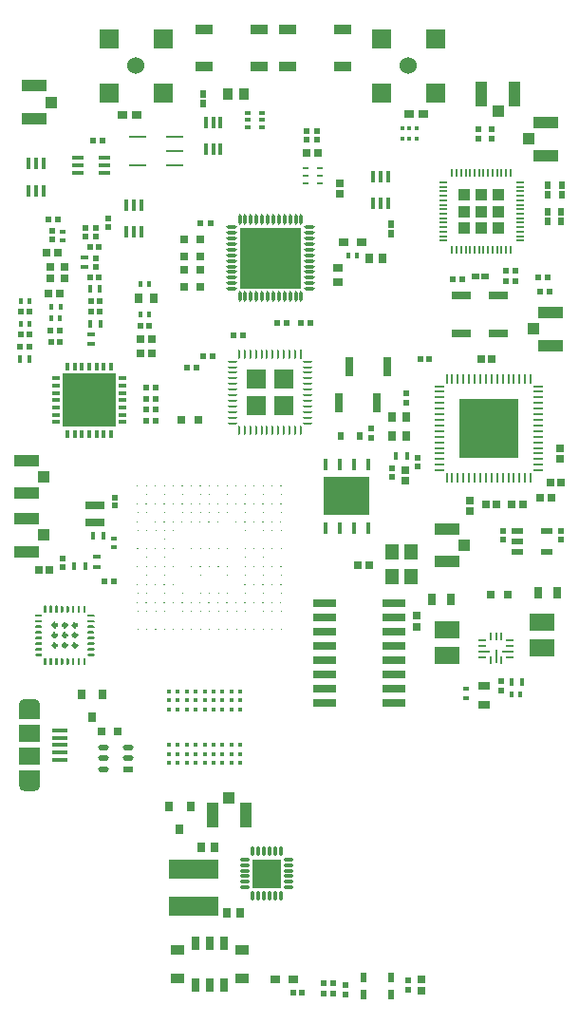
<source format=gtp>
G04*
G04 #@! TF.GenerationSoftware,Altium Limited,Altium Designer,24.2.2 (26)*
G04*
G04 Layer_Color=8421504*
%FSLAX44Y44*%
%MOMM*%
G71*
G04*
G04 #@! TF.SameCoordinates,ED65E515-8F89-4409-9B4D-6018ACB33687*
G04*
G04*
G04 #@! TF.FilePolarity,Positive*
G04*
G01*
G75*
%ADD17C,0.3000*%
%ADD18C,0.1250*%
%ADD19R,1.7393X1.7393*%
%ADD20C,0.5000*%
%ADD21R,0.5500X0.6000*%
%ADD22R,0.7581X0.8121*%
%ADD23R,0.6000X0.5500*%
%ADD24R,0.5000X0.4000*%
%ADD25R,1.1000X0.6000*%
%ADD26R,0.6725X0.7154*%
%ADD27R,0.4100X0.3300*%
%ADD28R,0.5200X0.5200*%
%ADD29R,0.7154X0.6725*%
%ADD30C,1.5240*%
%ADD31R,1.7780X1.7780*%
%ADD32R,1.0500X1.0000*%
%ADD33R,2.2000X1.0500*%
%ADD34R,4.0386X3.4544*%
%ADD35R,0.4318X1.0668*%
G04:AMPARAMS|DCode=36|XSize=0.625mm|YSize=0.25mm|CornerRadius=0.05mm|HoleSize=0mm|Usage=FLASHONLY|Rotation=270.000|XOffset=0mm|YOffset=0mm|HoleType=Round|Shape=RoundedRectangle|*
%AMROUNDEDRECTD36*
21,1,0.6250,0.1500,0,0,270.0*
21,1,0.5250,0.2500,0,0,270.0*
1,1,0.1000,-0.0750,-0.2625*
1,1,0.1000,-0.0750,0.2625*
1,1,0.1000,0.0750,0.2625*
1,1,0.1000,0.0750,-0.2625*
%
%ADD36ROUNDEDRECTD36*%
G04:AMPARAMS|DCode=37|XSize=0.25mm|YSize=0.675mm|CornerRadius=0.05mm|HoleSize=0mm|Usage=FLASHONLY|Rotation=270.000|XOffset=0mm|YOffset=0mm|HoleType=Round|Shape=RoundedRectangle|*
%AMROUNDEDRECTD37*
21,1,0.2500,0.5750,0,0,270.0*
21,1,0.1500,0.6750,0,0,270.0*
1,1,0.1000,-0.2875,-0.0750*
1,1,0.1000,-0.2875,0.0750*
1,1,0.1000,0.2875,0.0750*
1,1,0.1000,0.2875,-0.0750*
%
%ADD37ROUNDEDRECTD37*%
G04:AMPARAMS|DCode=38|XSize=0.25mm|YSize=0.975mm|CornerRadius=0.05mm|HoleSize=0mm|Usage=FLASHONLY|Rotation=270.000|XOffset=0mm|YOffset=0mm|HoleType=Round|Shape=RoundedRectangle|*
%AMROUNDEDRECTD38*
21,1,0.2500,0.8750,0,0,270.0*
21,1,0.1500,0.9750,0,0,270.0*
1,1,0.1000,-0.4375,-0.0750*
1,1,0.1000,-0.4375,0.0750*
1,1,0.1000,0.4375,0.0750*
1,1,0.1000,0.4375,-0.0750*
%
%ADD38ROUNDEDRECTD38*%
G04:AMPARAMS|DCode=39|XSize=1.225mm|YSize=0.25mm|CornerRadius=0.05mm|HoleSize=0mm|Usage=FLASHONLY|Rotation=270.000|XOffset=0mm|YOffset=0mm|HoleType=Round|Shape=RoundedRectangle|*
%AMROUNDEDRECTD39*
21,1,1.2250,0.1500,0,0,270.0*
21,1,1.1250,0.2500,0,0,270.0*
1,1,0.1000,-0.0750,-0.5625*
1,1,0.1000,-0.0750,0.5625*
1,1,0.1000,0.0750,0.5625*
1,1,0.1000,0.0750,-0.5625*
%
%ADD39ROUNDEDRECTD39*%
%ADD40R,0.4500X0.6750*%
%ADD41R,0.4000X0.5000*%
%ADD42R,0.6500X1.0500*%
%ADD43R,2.3062X1.5549*%
%ADD44R,0.8000X0.8000*%
%ADD45R,1.0500X0.6500*%
%ADD46R,1.0500X2.2000*%
%ADD47R,1.0000X1.0500*%
%ADD48R,1.8000X0.8000*%
%ADD49R,0.4725X0.5153*%
%ADD50R,2.0320X0.6604*%
%ADD51R,0.7200X0.7200*%
%ADD52R,0.7200X0.7200*%
%ADD53R,1.2000X1.4000*%
%ADD54R,0.4500X1.0500*%
%ADD55R,0.6000X0.6500*%
%ADD56C,0.4064*%
%ADD57R,0.8121X0.7581*%
%ADD58R,0.8000X1.7000*%
%ADD59R,0.6000X0.8000*%
%ADD60R,0.8000X0.9000*%
%ADD61R,0.5153X0.4725*%
%ADD62R,0.4725X0.4682*%
%ADD63R,0.3500X0.6500*%
%ADD64R,0.6500X0.3500*%
%ADD65R,0.7500X0.3000*%
%ADD66R,0.3000X0.7500*%
%ADD67R,4.8000X4.8000*%
%ADD68R,0.6153X0.5725*%
%ADD69R,0.4682X0.4725*%
%ADD70R,0.1925X0.8078*%
G04:AMPARAMS|DCode=71|XSize=0.8078mm|YSize=0.1925mm|CornerRadius=0.0962mm|HoleSize=0mm|Usage=FLASHONLY|Rotation=270.000|XOffset=0mm|YOffset=0mm|HoleType=Round|Shape=RoundedRectangle|*
%AMROUNDEDRECTD71*
21,1,0.8078,0.0000,0,0,270.0*
21,1,0.6154,0.1925,0,0,270.0*
1,1,0.1925,0.0000,-0.3077*
1,1,0.1925,0.0000,0.3077*
1,1,0.1925,0.0000,0.3077*
1,1,0.1925,0.0000,-0.3077*
%
%ADD71ROUNDEDRECTD71*%
G04:AMPARAMS|DCode=72|XSize=0.1925mm|YSize=0.8078mm|CornerRadius=0.0962mm|HoleSize=0mm|Usage=FLASHONLY|Rotation=270.000|XOffset=0mm|YOffset=0mm|HoleType=Round|Shape=RoundedRectangle|*
%AMROUNDEDRECTD72*
21,1,0.1925,0.6154,0,0,270.0*
21,1,0.0000,0.8078,0,0,270.0*
1,1,0.1925,-0.3077,0.0000*
1,1,0.1925,-0.3077,0.0000*
1,1,0.1925,0.3077,0.0000*
1,1,0.1925,0.3077,0.0000*
%
%ADD72ROUNDEDRECTD72*%
%ADD73R,0.4100X0.6600*%
%ADD74R,0.6096X0.2540*%
%ADD75R,0.9500X1.0500*%
%ADD76R,0.8500X0.6500*%
%ADD77R,0.6096X0.8382*%
%ADD78R,0.7000X0.7000*%
%ADD79R,0.5393X0.4725*%
%ADD80R,0.6750X0.4500*%
%ADD81R,0.5200X0.5200*%
%ADD82R,1.2500X0.8500*%
%ADD83R,5.3086X5.3086*%
G04:AMPARAMS|DCode=84|XSize=0.9397mm|YSize=0.4858mm|CornerRadius=0.2429mm|HoleSize=0mm|Usage=FLASHONLY|Rotation=180.000|XOffset=0mm|YOffset=0mm|HoleType=Round|Shape=RoundedRectangle|*
%AMROUNDEDRECTD84*
21,1,0.9397,0.0000,0,0,180.0*
21,1,0.4539,0.4858,0,0,180.0*
1,1,0.4858,-0.2269,0.0000*
1,1,0.4858,0.2269,0.0000*
1,1,0.4858,0.2269,0.0000*
1,1,0.4858,-0.2269,0.0000*
%
%ADD84ROUNDEDRECTD84*%
%ADD85R,1.9000X1.5000*%
%ADD86R,1.3500X0.4000*%
%ADD87R,1.0500X0.4500*%
%ADD88R,1.4986X0.2032*%
%ADD89R,1.5000X0.9000*%
G04:AMPARAMS|DCode=90|XSize=0.95mm|YSize=0.3mm|CornerRadius=0.15mm|HoleSize=0mm|Usage=FLASHONLY|Rotation=270.000|XOffset=0mm|YOffset=0mm|HoleType=Round|Shape=RoundedRectangle|*
%AMROUNDEDRECTD90*
21,1,0.9500,0.0000,0,0,270.0*
21,1,0.6500,0.3000,0,0,270.0*
1,1,0.3000,0.0000,-0.3250*
1,1,0.3000,0.0000,0.3250*
1,1,0.3000,0.0000,0.3250*
1,1,0.3000,0.0000,-0.3250*
%
%ADD90ROUNDEDRECTD90*%
G04:AMPARAMS|DCode=91|XSize=0.3mm|YSize=0.95mm|CornerRadius=0.15mm|HoleSize=0mm|Usage=FLASHONLY|Rotation=270.000|XOffset=0mm|YOffset=0mm|HoleType=Round|Shape=RoundedRectangle|*
%AMROUNDEDRECTD91*
21,1,0.3000,0.6500,0,0,270.0*
21,1,0.0000,0.9500,0,0,270.0*
1,1,0.3000,-0.3250,0.0000*
1,1,0.3000,-0.3250,0.0000*
1,1,0.3000,0.3250,0.0000*
1,1,0.3000,0.3250,0.0000*
%
%ADD91ROUNDEDRECTD91*%
%ADD92R,5.5000X5.5000*%
%ADD93R,2.6000X2.6000*%
%ADD94R,0.5000X0.3500*%
%ADD95R,1.7000X0.8000*%
%ADD96R,1.0000X1.0000*%
%ADD97R,0.9500X0.7000*%
%ADD98R,0.8000X0.8000*%
%ADD99R,0.2540X0.8128*%
%ADD100R,0.8128X0.2540*%
%ADD101R,0.2200X0.6500*%
%ADD102R,4.5000X1.8000*%
G04:AMPARAMS|DCode=103|XSize=0.3mm|YSize=0.85mm|CornerRadius=0.15mm|HoleSize=0mm|Usage=FLASHONLY|Rotation=270.000|XOffset=0mm|YOffset=0mm|HoleType=Round|Shape=RoundedRectangle|*
%AMROUNDEDRECTD103*
21,1,0.3000,0.5500,0,0,270.0*
21,1,0.0000,0.8500,0,0,270.0*
1,1,0.3000,-0.2750,0.0000*
1,1,0.3000,-0.2750,0.0000*
1,1,0.3000,0.2750,0.0000*
1,1,0.3000,0.2750,0.0000*
%
%ADD103ROUNDEDRECTD103*%
%ADD104R,0.6500X0.6000*%
%ADD105R,0.6500X0.2200*%
G04:AMPARAMS|DCode=106|XSize=0.85mm|YSize=0.3mm|CornerRadius=0.15mm|HoleSize=0mm|Usage=FLASHONLY|Rotation=270.000|XOffset=0mm|YOffset=0mm|HoleType=Round|Shape=RoundedRectangle|*
%AMROUNDEDRECTD106*
21,1,0.8500,0.0000,0,0,270.0*
21,1,0.5500,0.3000,0,0,270.0*
1,1,0.3000,0.0000,-0.2750*
1,1,0.3000,0.0000,0.2750*
1,1,0.3000,0.0000,0.2750*
1,1,0.3000,0.0000,-0.2750*
%
%ADD106ROUNDEDRECTD106*%
%ADD107R,0.5200X0.5600*%
%ADD108R,0.9397X0.4858*%
%ADD109R,0.8000X0.9000*%
%ADD110R,0.6500X1.2500*%
%ADD111R,0.8000X0.9500*%
G36*
X446000Y724500D02*
X436000D01*
Y734500D01*
X446000D01*
Y724500D01*
D02*
G37*
G36*
X431000D02*
X421000D01*
Y734500D01*
X431000D01*
Y724500D01*
D02*
G37*
G36*
X416000D02*
X406000D01*
Y734500D01*
X416000D01*
Y724500D01*
D02*
G37*
G36*
X446000Y709500D02*
X436000D01*
Y719500D01*
X446000D01*
Y709500D01*
D02*
G37*
G36*
X416000D02*
X406000D01*
Y719500D01*
X416000D01*
Y709500D01*
D02*
G37*
G36*
X446000Y694500D02*
X436000D01*
Y704500D01*
X446000D01*
Y694500D01*
D02*
G37*
G36*
X431000D02*
X421000D01*
Y704500D01*
X431000D01*
Y694500D01*
D02*
G37*
G36*
X416000D02*
X406000D01*
Y704500D01*
X416000D01*
Y694500D01*
D02*
G37*
G36*
X325193Y461802D02*
X313731D01*
Y477074D01*
X325193D01*
Y461802D01*
D02*
G37*
G36*
X311731D02*
X300269D01*
Y477074D01*
X311731D01*
Y461802D01*
D02*
G37*
G36*
X298269D02*
X286807D01*
Y477074D01*
X298269D01*
Y461802D01*
D02*
G37*
G36*
X325193Y444530D02*
X313731D01*
Y459802D01*
X325193D01*
Y444530D01*
D02*
G37*
G36*
X311731D02*
X300269D01*
Y459802D01*
X311731D01*
Y444530D01*
D02*
G37*
G36*
X298269D02*
X286807D01*
Y459802D01*
X298269D01*
Y444530D01*
D02*
G37*
G36*
X72608Y363160D02*
X72960Y362808D01*
X73150Y362349D01*
Y362100D01*
Y358400D01*
Y358151D01*
X72960Y357692D01*
X72608Y357340D01*
X72149Y357150D01*
X71851D01*
X71392Y357340D01*
X71040Y357692D01*
X70850Y358151D01*
Y358400D01*
X70850D01*
X70850Y362100D01*
Y362349D01*
X71040Y362808D01*
X71392Y363160D01*
X71851Y363350D01*
X72149D01*
X72608Y363160D01*
D02*
G37*
G36*
X67608D02*
X67960Y362808D01*
X68150Y362349D01*
Y362100D01*
Y358400D01*
Y358151D01*
X67960Y357692D01*
X67608Y357340D01*
X67149Y357150D01*
X66851D01*
X66392Y357340D01*
X66040Y357692D01*
X65850Y358151D01*
Y358400D01*
Y362100D01*
Y362349D01*
X66040Y362808D01*
X66392Y363160D01*
X66851Y363350D01*
X67149D01*
X67608Y363160D01*
D02*
G37*
G36*
X62608D02*
X62960Y362808D01*
X63150Y362349D01*
Y362100D01*
X63150D01*
X63150Y358400D01*
Y358151D01*
X62960Y357692D01*
X62608Y357340D01*
X62149Y357150D01*
X61851D01*
X61392Y357340D01*
X61040Y357692D01*
X60850Y358151D01*
Y358400D01*
Y362100D01*
Y362349D01*
X61040Y362808D01*
X61392Y363160D01*
X61851Y363350D01*
X62149D01*
X62608Y363160D01*
D02*
G37*
G36*
X57608D02*
X57960Y362808D01*
X58150Y362349D01*
Y362100D01*
Y358400D01*
Y358151D01*
X57960Y357692D01*
X57608Y357340D01*
X57149Y357150D01*
X56851D01*
X56392Y357340D01*
X56040Y357692D01*
X55850Y358151D01*
Y358400D01*
X55850D01*
X55850Y362100D01*
Y362349D01*
X56040Y362808D01*
X56392Y363160D01*
X56851Y363350D01*
X57149D01*
X57608Y363160D01*
D02*
G37*
G36*
X52608D02*
X52960Y362808D01*
X53150Y362349D01*
Y362100D01*
X53150D01*
X53150Y358400D01*
Y358151D01*
X52960Y357692D01*
X52608Y357340D01*
X52149Y357150D01*
X51851D01*
X51392Y357340D01*
X51040Y357692D01*
X50850Y358151D01*
Y358400D01*
Y362100D01*
Y362349D01*
X51040Y362808D01*
X51392Y363160D01*
X51851Y363350D01*
X52149D01*
X52608Y363160D01*
D02*
G37*
G36*
X47608D02*
X47960Y362808D01*
X48150Y362349D01*
Y362100D01*
Y358400D01*
Y358151D01*
X47960Y357692D01*
X47608Y357340D01*
X47149Y357150D01*
X46851D01*
X46392Y357340D01*
X46040Y357692D01*
X45850Y358151D01*
Y358400D01*
X45850D01*
X45850Y362100D01*
Y362349D01*
X46040Y362808D01*
X46392Y363160D01*
X46851Y363350D01*
X47149D01*
X47608Y363160D01*
D02*
G37*
G36*
X42608D02*
X42960Y362808D01*
X43150Y362349D01*
Y362100D01*
Y358400D01*
Y358151D01*
X42960Y357692D01*
X42608Y357340D01*
X42149Y357150D01*
X41851D01*
X41392Y357340D01*
X41040Y357692D01*
X40850Y358151D01*
Y358400D01*
Y362100D01*
Y362349D01*
X41040Y362808D01*
X41392Y363160D01*
X41851Y363350D01*
X42149D01*
X42608Y363160D01*
D02*
G37*
G36*
X37608D02*
X37960Y362808D01*
X38150Y362349D01*
Y362100D01*
X38150D01*
X38150Y358400D01*
Y358151D01*
X37960Y357692D01*
X37608Y357340D01*
X37149Y357150D01*
X36851D01*
X36392Y357340D01*
X36040Y357692D01*
X35850Y358151D01*
Y358400D01*
Y362100D01*
Y362349D01*
X36040Y362808D01*
X36392Y363160D01*
X36851Y363350D01*
X37149D01*
X37608Y363160D01*
D02*
G37*
G36*
X80408Y355360D02*
X80760Y355008D01*
X80950Y354549D01*
Y354300D01*
Y354251D01*
X80760Y353792D01*
X80408Y353440D01*
X79949Y353250D01*
X79700D01*
Y353250D01*
X76000Y353250D01*
X75751D01*
X75292Y353440D01*
X74940Y353792D01*
X74750Y354251D01*
Y354300D01*
Y354500D01*
Y354549D01*
X74940Y355008D01*
X75292Y355360D01*
X75751Y355550D01*
X79949D01*
X80408Y355360D01*
D02*
G37*
G36*
X33708D02*
X34060Y355008D01*
X34250Y354549D01*
Y354300D01*
Y354251D01*
X34060Y353792D01*
X33708Y353440D01*
X33249Y353250D01*
X33000D01*
Y353250D01*
X29300Y353250D01*
X29051D01*
X28592Y353440D01*
X28240Y353792D01*
X28050Y354251D01*
Y354300D01*
Y354500D01*
Y354549D01*
X28240Y355008D01*
X28592Y355360D01*
X29051Y355550D01*
X33249D01*
X33708Y355360D01*
D02*
G37*
G36*
X80408Y350360D02*
X80760Y350008D01*
X80950Y349549D01*
Y349300D01*
Y349251D01*
X80760Y348792D01*
X80408Y348440D01*
X79949Y348250D01*
X75751D01*
X75292Y348440D01*
X74940Y348792D01*
X74750Y349251D01*
Y349300D01*
Y349500D01*
Y349549D01*
X74940Y350008D01*
X75292Y350360D01*
X75751Y350550D01*
X79949D01*
X80408Y350360D01*
D02*
G37*
G36*
X33708D02*
X34060Y350008D01*
X34250Y349549D01*
Y349300D01*
Y349251D01*
X34060Y348792D01*
X33708Y348440D01*
X33249Y348250D01*
X29051D01*
X28592Y348440D01*
X28240Y348792D01*
X28050Y349251D01*
Y349300D01*
Y349500D01*
Y349549D01*
X28240Y350008D01*
X28592Y350360D01*
X29051Y350550D01*
X33249D01*
X33708Y350360D01*
D02*
G37*
G36*
X80408Y345360D02*
X80760Y345008D01*
X80950Y344549D01*
Y344300D01*
Y344251D01*
X80760Y343792D01*
X80408Y343440D01*
X79949Y343250D01*
X75751D01*
X75292Y343440D01*
X74940Y343792D01*
X74750Y344251D01*
Y344300D01*
Y344500D01*
Y344549D01*
X74940Y345008D01*
X75292Y345360D01*
X75751Y345550D01*
X76000D01*
Y345550D01*
X79700Y345550D01*
X79949D01*
X80408Y345360D01*
D02*
G37*
G36*
X33708D02*
X34060Y345008D01*
X34250Y344549D01*
Y344300D01*
Y344251D01*
X34060Y343792D01*
X33708Y343440D01*
X33249Y343250D01*
X29051D01*
X28592Y343440D01*
X28240Y343792D01*
X28050Y344251D01*
Y344300D01*
Y344500D01*
Y344549D01*
X28240Y345008D01*
X28592Y345360D01*
X29051Y345550D01*
X29300D01*
Y345550D01*
X33000Y345550D01*
X33249D01*
X33708Y345360D01*
D02*
G37*
G36*
X80408Y340360D02*
X80760Y340008D01*
X80950Y339549D01*
Y339300D01*
Y339251D01*
X80760Y338792D01*
X80408Y338440D01*
X79949Y338250D01*
X79700D01*
Y338250D01*
X76000Y338250D01*
X75751D01*
X75292Y338440D01*
X74940Y338792D01*
X74750Y339251D01*
Y339300D01*
Y339500D01*
Y339549D01*
X74940Y340008D01*
X75292Y340360D01*
X75751Y340550D01*
X79949D01*
X80408Y340360D01*
D02*
G37*
G36*
X33708D02*
X34060Y340008D01*
X34250Y339549D01*
Y339300D01*
Y339251D01*
X34060Y338792D01*
X33708Y338440D01*
X33249Y338250D01*
X33000D01*
Y338250D01*
X29300Y338250D01*
X29051D01*
X28592Y338440D01*
X28240Y338792D01*
X28050Y339251D01*
Y339300D01*
Y339500D01*
Y339549D01*
X28240Y340008D01*
X28592Y340360D01*
X29051Y340550D01*
X33249D01*
X33708Y340360D01*
D02*
G37*
G36*
X80408Y335360D02*
X80760Y335008D01*
X80950Y334549D01*
Y334300D01*
Y334251D01*
X80760Y333792D01*
X80408Y333440D01*
X79949Y333250D01*
X75751D01*
X75292Y333440D01*
X74940Y333792D01*
X74750Y334251D01*
Y334300D01*
Y334500D01*
Y334549D01*
X74940Y335008D01*
X75292Y335360D01*
X75751Y335550D01*
X76000D01*
Y335550D01*
X79700Y335550D01*
X79949D01*
X80408Y335360D01*
D02*
G37*
G36*
X33708D02*
X34060Y335008D01*
X34250Y334549D01*
Y334300D01*
Y334251D01*
X34060Y333792D01*
X33708Y333440D01*
X33249Y333250D01*
X29051D01*
X28592Y333440D01*
X28240Y333792D01*
X28050Y334251D01*
Y334300D01*
Y334500D01*
Y334549D01*
X28240Y335008D01*
X28592Y335360D01*
X29051Y335550D01*
X29300D01*
Y335550D01*
X33000Y335550D01*
X33249D01*
X33708Y335360D01*
D02*
G37*
G36*
X80408Y330360D02*
X80760Y330008D01*
X80950Y329549D01*
Y329300D01*
Y329251D01*
X80760Y328792D01*
X80408Y328440D01*
X79949Y328250D01*
X79700D01*
Y328250D01*
X76000Y328250D01*
X75751D01*
X75292Y328440D01*
X74940Y328792D01*
X74750Y329251D01*
Y329300D01*
Y329500D01*
Y329549D01*
X74940Y330008D01*
X75292Y330360D01*
X75751Y330550D01*
X79949D01*
X80408Y330360D01*
D02*
G37*
G36*
X33708D02*
X34060Y330008D01*
X34250Y329549D01*
Y329300D01*
Y329251D01*
X34060Y328792D01*
X33708Y328440D01*
X33249Y328250D01*
X33000D01*
Y328250D01*
X29300Y328250D01*
X29051D01*
X28592Y328440D01*
X28240Y328792D01*
X28050Y329251D01*
Y329300D01*
Y329500D01*
Y329549D01*
X28240Y330008D01*
X28592Y330360D01*
X29051Y330550D01*
X33249D01*
X33708Y330360D01*
D02*
G37*
G36*
X80408Y325360D02*
X80760Y325008D01*
X80950Y324549D01*
Y324300D01*
Y324251D01*
X80760Y323792D01*
X80408Y323440D01*
X79949Y323250D01*
X75751D01*
X75292Y323440D01*
X74940Y323792D01*
X74750Y324251D01*
Y324300D01*
Y324500D01*
Y324549D01*
X74940Y325008D01*
X75292Y325360D01*
X75751Y325550D01*
X79949D01*
X80408Y325360D01*
D02*
G37*
G36*
X33708D02*
X34060Y325008D01*
X34250Y324549D01*
Y324300D01*
Y324251D01*
X34060Y323792D01*
X33708Y323440D01*
X33249Y323250D01*
X29051D01*
X28592Y323440D01*
X28240Y323792D01*
X28050Y324251D01*
Y324300D01*
Y324500D01*
Y324549D01*
X28240Y325008D01*
X28592Y325360D01*
X29051Y325550D01*
X33249D01*
X33708Y325360D01*
D02*
G37*
G36*
X80408Y320360D02*
X80760Y320008D01*
X80950Y319549D01*
Y319300D01*
Y319251D01*
X80760Y318792D01*
X80408Y318440D01*
X79949Y318250D01*
X75751D01*
X75292Y318440D01*
X74940Y318792D01*
X74750Y319251D01*
Y319300D01*
Y319500D01*
Y319549D01*
X74940Y320008D01*
X75292Y320360D01*
X75751Y320550D01*
X76000D01*
Y320550D01*
X79700Y320550D01*
X79949D01*
X80408Y320360D01*
D02*
G37*
G36*
X33708D02*
X34060Y320008D01*
X34250Y319549D01*
Y319300D01*
Y319251D01*
X34060Y318792D01*
X33708Y318440D01*
X33249Y318250D01*
X29051D01*
X28592Y318440D01*
X28240Y318792D01*
X28050Y319251D01*
Y319300D01*
Y319500D01*
Y319549D01*
X28240Y320008D01*
X28592Y320360D01*
X29051Y320550D01*
X29300D01*
Y320550D01*
X33000Y320550D01*
X33249D01*
X33708Y320360D01*
D02*
G37*
G36*
X72608Y316460D02*
X72960Y316108D01*
X73150Y315649D01*
Y315400D01*
Y311700D01*
Y311451D01*
X72960Y310992D01*
X72608Y310640D01*
X72149Y310450D01*
X71851D01*
X71392Y310640D01*
X71040Y310992D01*
X70850Y311451D01*
Y311700D01*
X70850D01*
X70850Y315400D01*
Y315649D01*
X71040Y316108D01*
X71392Y316460D01*
X71851Y316650D01*
X72149D01*
X72608Y316460D01*
D02*
G37*
G36*
X67608D02*
X67960Y316108D01*
X68150Y315649D01*
Y315400D01*
Y311700D01*
Y311451D01*
X67960Y310992D01*
X67608Y310640D01*
X67149Y310450D01*
X66851D01*
X66392Y310640D01*
X66040Y310992D01*
X65850Y311451D01*
Y311700D01*
Y315400D01*
Y315649D01*
X66040Y316108D01*
X66392Y316460D01*
X66851Y316650D01*
X67149D01*
X67608Y316460D01*
D02*
G37*
G36*
X62608D02*
X62960Y316108D01*
X63150Y315649D01*
Y315400D01*
X63150D01*
X63150Y311700D01*
Y311451D01*
X62960Y310992D01*
X62608Y310640D01*
X62149Y310450D01*
X61851D01*
X61392Y310640D01*
X61040Y310992D01*
X60850Y311451D01*
Y311700D01*
Y315400D01*
Y315649D01*
X61040Y316108D01*
X61392Y316460D01*
X61851Y316650D01*
X62149D01*
X62608Y316460D01*
D02*
G37*
G36*
X57608D02*
X57960Y316108D01*
X58150Y315649D01*
Y315400D01*
Y311700D01*
Y311451D01*
X57960Y310992D01*
X57608Y310640D01*
X57149Y310450D01*
X56851D01*
X56392Y310640D01*
X56040Y310992D01*
X55850Y311451D01*
Y311700D01*
X55850D01*
X55850Y315400D01*
Y315649D01*
X56040Y316108D01*
X56392Y316460D01*
X56851Y316650D01*
X57149D01*
X57608Y316460D01*
D02*
G37*
G36*
X52608D02*
X52960Y316108D01*
X53150Y315649D01*
Y315400D01*
X53150D01*
X53150Y311700D01*
Y311451D01*
X52960Y310992D01*
X52608Y310640D01*
X52149Y310450D01*
X51851D01*
X51392Y310640D01*
X51040Y310992D01*
X50850Y311451D01*
Y311700D01*
Y315400D01*
Y315649D01*
X51040Y316108D01*
X51392Y316460D01*
X51851Y316650D01*
X52149D01*
X52608Y316460D01*
D02*
G37*
G36*
X47608D02*
X47960Y316108D01*
X48150Y315649D01*
Y315400D01*
Y311700D01*
Y311451D01*
X47960Y310992D01*
X47608Y310640D01*
X47149Y310450D01*
X46851D01*
X46392Y310640D01*
X46040Y310992D01*
X45850Y311451D01*
Y311700D01*
X45850D01*
X45850Y315400D01*
Y315649D01*
X46040Y316108D01*
X46392Y316460D01*
X46851Y316650D01*
X47149D01*
X47608Y316460D01*
D02*
G37*
G36*
X42608D02*
X42960Y316108D01*
X43150Y315649D01*
Y315400D01*
Y311700D01*
Y311451D01*
X42960Y310992D01*
X42608Y310640D01*
X42149Y310450D01*
X41851D01*
X41392Y310640D01*
X41040Y310992D01*
X40850Y311451D01*
Y311700D01*
Y315400D01*
Y315649D01*
X41040Y316108D01*
X41392Y316460D01*
X41851Y316650D01*
X42149D01*
X42608Y316460D01*
D02*
G37*
G36*
X37608D02*
X37960Y316108D01*
X38150Y315649D01*
Y315400D01*
X38150D01*
X38150Y311700D01*
Y311451D01*
X37960Y310992D01*
X37608Y310640D01*
X37149Y310450D01*
X36851D01*
X36392Y310640D01*
X36040Y310992D01*
X35850Y311451D01*
Y311700D01*
Y315400D01*
Y315649D01*
X36040Y316108D01*
X36392Y316460D01*
X36851Y316650D01*
X37149D01*
X37608Y316460D01*
D02*
G37*
G36*
X27500Y275000D02*
X18500D01*
Y280000D01*
X27500Y280000D01*
Y275000D01*
D02*
G37*
G36*
X32500Y262000D02*
X13500D01*
Y275000D01*
X32500D01*
Y262000D01*
D02*
G37*
G36*
Y203000D02*
X13500D01*
Y216000D01*
X32500D01*
Y203000D01*
D02*
G37*
G36*
X27500Y198000D02*
X18500Y198000D01*
Y203000D01*
X27500D01*
Y198000D01*
D02*
G37*
D17*
X47000Y345900D02*
G03*
X47000Y345900I-1500J0D01*
G01*
X56000D02*
G03*
X56000Y345900I-1500J0D01*
G01*
X65000D02*
G03*
X65000Y345900I-1500J0D01*
G01*
X47000Y327900D02*
G03*
X47000Y327900I-1500J0D01*
G01*
X56000D02*
G03*
X56000Y327900I-1500J0D01*
G01*
X65000D02*
G03*
X65000Y327900I-1500J0D01*
G01*
X47000Y336900D02*
G03*
X47000Y336900I-1500J0D01*
G01*
X56000D02*
G03*
X56000Y336900I-1500J0D01*
G01*
X65000D02*
G03*
X65000Y336900I-1500J0D01*
G01*
D18*
X119602Y470155D02*
G03*
X119602Y470155I-625J0D01*
G01*
X127603D02*
G03*
X127603Y470155I-625J0D01*
G01*
X135603D02*
G03*
X135603Y470155I-625J0D01*
G01*
X143603D02*
G03*
X143603Y470155I-625J0D01*
G01*
X151602D02*
G03*
X151602Y470155I-625J0D01*
G01*
X159602D02*
G03*
X159602Y470155I-625J0D01*
G01*
X167603D02*
G03*
X167603Y470155I-625J0D01*
G01*
X175602D02*
G03*
X175602Y470155I-625J0D01*
G01*
X183603D02*
G03*
X183603Y470155I-625J0D01*
G01*
X191602D02*
G03*
X191602Y470155I-625J0D01*
G01*
X199603D02*
G03*
X199603Y470155I-625J0D01*
G01*
X207603D02*
G03*
X207603Y470155I-625J0D01*
G01*
X215602D02*
G03*
X215602Y470155I-625J0D01*
G01*
X223603D02*
G03*
X223603Y470155I-625J0D01*
G01*
X231602D02*
G03*
X231602Y470155I-625J0D01*
G01*
X239603D02*
G03*
X239603Y470155I-625J0D01*
G01*
X247603D02*
G03*
X247603Y470155I-625J0D01*
G01*
X119602Y462155D02*
G03*
X119602Y462155I-625J0D01*
G01*
X127603D02*
G03*
X127603Y462155I-625J0D01*
G01*
X135603D02*
G03*
X135603Y462155I-625J0D01*
G01*
X143603D02*
G03*
X143603Y462155I-625J0D01*
G01*
X151602D02*
G03*
X151602Y462155I-625J0D01*
G01*
X159602D02*
G03*
X159602Y462155I-625J0D01*
G01*
X167603D02*
G03*
X167603Y462155I-625J0D01*
G01*
X175602D02*
G03*
X175602Y462155I-625J0D01*
G01*
X183603D02*
G03*
X183603Y462155I-625J0D01*
G01*
X191602D02*
G03*
X191602Y462155I-625J0D01*
G01*
X199603D02*
G03*
X199603Y462155I-625J0D01*
G01*
X207603D02*
G03*
X207603Y462155I-625J0D01*
G01*
X215602D02*
G03*
X215602Y462155I-625J0D01*
G01*
X223603D02*
G03*
X223603Y462155I-625J0D01*
G01*
X231602D02*
G03*
X231602Y462155I-625J0D01*
G01*
X239603D02*
G03*
X239603Y462155I-625J0D01*
G01*
X247603D02*
G03*
X247603Y462155I-625J0D01*
G01*
X119602Y454155D02*
G03*
X119602Y454155I-625J0D01*
G01*
X127603D02*
G03*
X127603Y454155I-625J0D01*
G01*
X135603D02*
G03*
X135603Y454155I-625J0D01*
G01*
X143603D02*
G03*
X143603Y454155I-625J0D01*
G01*
X151602D02*
G03*
X151602Y454155I-625J0D01*
G01*
X159602D02*
G03*
X159602Y454155I-625J0D01*
G01*
X167603D02*
G03*
X167603Y454155I-625J0D01*
G01*
X175602D02*
G03*
X175602Y454155I-625J0D01*
G01*
X183603D02*
G03*
X183603Y454155I-625J0D01*
G01*
X191602D02*
G03*
X191602Y454155I-625J0D01*
G01*
X199603D02*
G03*
X199603Y454155I-625J0D01*
G01*
X207603D02*
G03*
X207603Y454155I-625J0D01*
G01*
X215602D02*
G03*
X215602Y454155I-625J0D01*
G01*
X223603D02*
G03*
X223603Y454155I-625J0D01*
G01*
X231602D02*
G03*
X231602Y454155I-625J0D01*
G01*
X239603D02*
G03*
X239603Y454155I-625J0D01*
G01*
X247603D02*
G03*
X247603Y454155I-625J0D01*
G01*
X119602Y446155D02*
G03*
X119602Y446155I-625J0D01*
G01*
X127603D02*
G03*
X127603Y446155I-625J0D01*
G01*
X135603D02*
G03*
X135603Y446155I-625J0D01*
G01*
X143603D02*
G03*
X143603Y446155I-625J0D01*
G01*
X151602D02*
G03*
X151602Y446155I-625J0D01*
G01*
X159602D02*
G03*
X159602Y446155I-625J0D01*
G01*
X167603D02*
G03*
X167603Y446155I-625J0D01*
G01*
X175602D02*
G03*
X175602Y446155I-625J0D01*
G01*
X183603D02*
G03*
X183603Y446155I-625J0D01*
G01*
X191602D02*
G03*
X191602Y446155I-625J0D01*
G01*
X199603D02*
G03*
X199603Y446155I-625J0D01*
G01*
X207603D02*
G03*
X207603Y446155I-625J0D01*
G01*
X215602D02*
G03*
X215602Y446155I-625J0D01*
G01*
X223603D02*
G03*
X223603Y446155I-625J0D01*
G01*
X231602D02*
G03*
X231602Y446155I-625J0D01*
G01*
X239603D02*
G03*
X239603Y446155I-625J0D01*
G01*
X247603D02*
G03*
X247603Y446155I-625J0D01*
G01*
X119602Y438155D02*
G03*
X119602Y438155I-625J0D01*
G01*
X127603D02*
G03*
X127603Y438155I-625J0D01*
G01*
X135603D02*
G03*
X135603Y438155I-625J0D01*
G01*
X143603D02*
G03*
X143603Y438155I-625J0D01*
G01*
X151602D02*
G03*
X151602Y438155I-625J0D01*
G01*
X159602D02*
G03*
X159602Y438155I-625J0D01*
G01*
X167603D02*
G03*
X167603Y438155I-625J0D01*
G01*
X175602D02*
G03*
X175602Y438155I-625J0D01*
G01*
X183603D02*
G03*
X183603Y438155I-625J0D01*
G01*
X191602D02*
G03*
X191602Y438155I-625J0D01*
G01*
X199603D02*
G03*
X199603Y438155I-625J0D01*
G01*
X207603D02*
G03*
X207603Y438155I-625J0D01*
G01*
X215602D02*
G03*
X215602Y438155I-625J0D01*
G01*
X223603D02*
G03*
X223603Y438155I-625J0D01*
G01*
X231602D02*
G03*
X231602Y438155I-625J0D01*
G01*
X239603D02*
G03*
X239603Y438155I-625J0D01*
G01*
X247603D02*
G03*
X247603Y438155I-625J0D01*
G01*
X119602Y430155D02*
G03*
X119602Y430155I-625J0D01*
G01*
X127603D02*
G03*
X127603Y430155I-625J0D01*
G01*
X135603D02*
G03*
X135603Y430155I-625J0D01*
G01*
X143603D02*
G03*
X143603Y430155I-625J0D01*
G01*
X151602D02*
G03*
X151602Y430155I-625J0D01*
G01*
X215602D02*
G03*
X215602Y430155I-625J0D01*
G01*
X223603D02*
G03*
X223603Y430155I-625J0D01*
G01*
X231602D02*
G03*
X231602Y430155I-625J0D01*
G01*
X239603D02*
G03*
X239603Y430155I-625J0D01*
G01*
X247603D02*
G03*
X247603Y430155I-625J0D01*
G01*
X119602Y422155D02*
G03*
X119602Y422155I-625J0D01*
G01*
X127603D02*
G03*
X127603Y422155I-625J0D01*
G01*
X135603D02*
G03*
X135603Y422155I-625J0D01*
G01*
X143603D02*
G03*
X143603Y422155I-625J0D01*
G01*
X151602D02*
G03*
X151602Y422155I-625J0D01*
G01*
X167603D02*
G03*
X167603Y422155I-625J0D01*
G01*
X175602D02*
G03*
X175602Y422155I-625J0D01*
G01*
X183603D02*
G03*
X183603Y422155I-625J0D01*
G01*
X191602D02*
G03*
X191602Y422155I-625J0D01*
G01*
X199603D02*
G03*
X199603Y422155I-625J0D01*
G01*
X215602D02*
G03*
X215602Y422155I-625J0D01*
G01*
X223603D02*
G03*
X223603Y422155I-625J0D01*
G01*
X231602D02*
G03*
X231602Y422155I-625J0D01*
G01*
X239603D02*
G03*
X239603Y422155I-625J0D01*
G01*
X247603D02*
G03*
X247603Y422155I-625J0D01*
G01*
X119602Y414155D02*
G03*
X119602Y414155I-625J0D01*
G01*
X127603D02*
G03*
X127603Y414155I-625J0D01*
G01*
X135603D02*
G03*
X135603Y414155I-625J0D01*
G01*
X143603D02*
G03*
X143603Y414155I-625J0D01*
G01*
X151602D02*
G03*
X151602Y414155I-625J0D01*
G01*
X167603D02*
G03*
X167603Y414155I-625J0D01*
G01*
X175602D02*
G03*
X175602Y414155I-625J0D01*
G01*
X183603D02*
G03*
X183603Y414155I-625J0D01*
G01*
X191602D02*
G03*
X191602Y414155I-625J0D01*
G01*
X199603D02*
G03*
X199603Y414155I-625J0D01*
G01*
X215602D02*
G03*
X215602Y414155I-625J0D01*
G01*
X223603D02*
G03*
X223603Y414155I-625J0D01*
G01*
X231602D02*
G03*
X231602Y414155I-625J0D01*
G01*
X239603D02*
G03*
X239603Y414155I-625J0D01*
G01*
X247603D02*
G03*
X247603Y414155I-625J0D01*
G01*
X119602Y406155D02*
G03*
X119602Y406155I-625J0D01*
G01*
X127603D02*
G03*
X127603Y406155I-625J0D01*
G01*
X135603D02*
G03*
X135603Y406155I-625J0D01*
G01*
X143603D02*
G03*
X143603Y406155I-625J0D01*
G01*
X151602D02*
G03*
X151602Y406155I-625J0D01*
G01*
X167603D02*
G03*
X167603Y406155I-625J0D01*
G01*
X175602D02*
G03*
X175602Y406155I-625J0D01*
G01*
X183603D02*
G03*
X183603Y406155I-625J0D01*
G01*
X191602D02*
G03*
X191602Y406155I-625J0D01*
G01*
X199603D02*
G03*
X199603Y406155I-625J0D01*
G01*
X215602D02*
G03*
X215602Y406155I-625J0D01*
G01*
X223603D02*
G03*
X223603Y406155I-625J0D01*
G01*
X231602D02*
G03*
X231602Y406155I-625J0D01*
G01*
X239603D02*
G03*
X239603Y406155I-625J0D01*
G01*
X247603D02*
G03*
X247603Y406155I-625J0D01*
G01*
X119602Y398155D02*
G03*
X119602Y398155I-625J0D01*
G01*
X127603D02*
G03*
X127603Y398155I-625J0D01*
G01*
X135603D02*
G03*
X135603Y398155I-625J0D01*
G01*
X143603D02*
G03*
X143603Y398155I-625J0D01*
G01*
X151602D02*
G03*
X151602Y398155I-625J0D01*
G01*
X167603D02*
G03*
X167603Y398155I-625J0D01*
G01*
X175602D02*
G03*
X175602Y398155I-625J0D01*
G01*
X183603D02*
G03*
X183603Y398155I-625J0D01*
G01*
X191602D02*
G03*
X191602Y398155I-625J0D01*
G01*
X199603D02*
G03*
X199603Y398155I-625J0D01*
G01*
X215602D02*
G03*
X215602Y398155I-625J0D01*
G01*
X223603D02*
G03*
X223603Y398155I-625J0D01*
G01*
X231602D02*
G03*
X231602Y398155I-625J0D01*
G01*
X239603D02*
G03*
X239603Y398155I-625J0D01*
G01*
X247603D02*
G03*
X247603Y398155I-625J0D01*
G01*
X119602Y390155D02*
G03*
X119602Y390155I-625J0D01*
G01*
X127603D02*
G03*
X127603Y390155I-625J0D01*
G01*
X135603D02*
G03*
X135603Y390155I-625J0D01*
G01*
X143603D02*
G03*
X143603Y390155I-625J0D01*
G01*
X151602D02*
G03*
X151602Y390155I-625J0D01*
G01*
X167603D02*
G03*
X167603Y390155I-625J0D01*
G01*
X175602D02*
G03*
X175602Y390155I-625J0D01*
G01*
X183603D02*
G03*
X183603Y390155I-625J0D01*
G01*
X191602D02*
G03*
X191602Y390155I-625J0D01*
G01*
X199603D02*
G03*
X199603Y390155I-625J0D01*
G01*
X215602D02*
G03*
X215602Y390155I-625J0D01*
G01*
X223603D02*
G03*
X223603Y390155I-625J0D01*
G01*
X231602D02*
G03*
X231602Y390155I-625J0D01*
G01*
X239603D02*
G03*
X239603Y390155I-625J0D01*
G01*
X247603D02*
G03*
X247603Y390155I-625J0D01*
G01*
X119602Y382155D02*
G03*
X119602Y382155I-625J0D01*
G01*
X127603D02*
G03*
X127603Y382155I-625J0D01*
G01*
X135603D02*
G03*
X135603Y382155I-625J0D01*
G01*
X143603D02*
G03*
X143603Y382155I-625J0D01*
G01*
X151602D02*
G03*
X151602Y382155I-625J0D01*
G01*
X215602D02*
G03*
X215602Y382155I-625J0D01*
G01*
X223603D02*
G03*
X223603Y382155I-625J0D01*
G01*
X231602D02*
G03*
X231602Y382155I-625J0D01*
G01*
X239603D02*
G03*
X239603Y382155I-625J0D01*
G01*
X247603D02*
G03*
X247603Y382155I-625J0D01*
G01*
X119602Y374155D02*
G03*
X119602Y374155I-625J0D01*
G01*
X127603D02*
G03*
X127603Y374155I-625J0D01*
G01*
X135603D02*
G03*
X135603Y374155I-625J0D01*
G01*
X143603D02*
G03*
X143603Y374155I-625J0D01*
G01*
X151602D02*
G03*
X151602Y374155I-625J0D01*
G01*
X159602D02*
G03*
X159602Y374155I-625J0D01*
G01*
X167603D02*
G03*
X167603Y374155I-625J0D01*
G01*
X175602D02*
G03*
X175602Y374155I-625J0D01*
G01*
X183603D02*
G03*
X183603Y374155I-625J0D01*
G01*
X191602D02*
G03*
X191602Y374155I-625J0D01*
G01*
X199603D02*
G03*
X199603Y374155I-625J0D01*
G01*
X207603D02*
G03*
X207603Y374155I-625J0D01*
G01*
X215602D02*
G03*
X215602Y374155I-625J0D01*
G01*
X223603D02*
G03*
X223603Y374155I-625J0D01*
G01*
X231602D02*
G03*
X231602Y374155I-625J0D01*
G01*
X239603D02*
G03*
X239603Y374155I-625J0D01*
G01*
X247603D02*
G03*
X247603Y374155I-625J0D01*
G01*
X119602Y366155D02*
G03*
X119602Y366155I-625J0D01*
G01*
X127603D02*
G03*
X127603Y366155I-625J0D01*
G01*
X135603D02*
G03*
X135603Y366155I-625J0D01*
G01*
X143603D02*
G03*
X143603Y366155I-625J0D01*
G01*
X151602D02*
G03*
X151602Y366155I-625J0D01*
G01*
X159602D02*
G03*
X159602Y366155I-625J0D01*
G01*
X167603D02*
G03*
X167603Y366155I-625J0D01*
G01*
X175602D02*
G03*
X175602Y366155I-625J0D01*
G01*
X183603D02*
G03*
X183603Y366155I-625J0D01*
G01*
X191602D02*
G03*
X191602Y366155I-625J0D01*
G01*
X199603D02*
G03*
X199603Y366155I-625J0D01*
G01*
X207603D02*
G03*
X207603Y366155I-625J0D01*
G01*
X215602D02*
G03*
X215602Y366155I-625J0D01*
G01*
X223603D02*
G03*
X223603Y366155I-625J0D01*
G01*
X231602D02*
G03*
X231602Y366155I-625J0D01*
G01*
X239603D02*
G03*
X239603Y366155I-625J0D01*
G01*
X247603D02*
G03*
X247603Y366155I-625J0D01*
G01*
X119602Y358155D02*
G03*
X119602Y358155I-625J0D01*
G01*
X127603D02*
G03*
X127603Y358155I-625J0D01*
G01*
X135603D02*
G03*
X135603Y358155I-625J0D01*
G01*
X143603D02*
G03*
X143603Y358155I-625J0D01*
G01*
X151602D02*
G03*
X151602Y358155I-625J0D01*
G01*
X159602D02*
G03*
X159602Y358155I-625J0D01*
G01*
X167603D02*
G03*
X167603Y358155I-625J0D01*
G01*
X175602D02*
G03*
X175602Y358155I-625J0D01*
G01*
X183603D02*
G03*
X183603Y358155I-625J0D01*
G01*
X191602D02*
G03*
X191602Y358155I-625J0D01*
G01*
X199603D02*
G03*
X199603Y358155I-625J0D01*
G01*
X207603D02*
G03*
X207603Y358155I-625J0D01*
G01*
X215602D02*
G03*
X215602Y358155I-625J0D01*
G01*
X223603D02*
G03*
X223603Y358155I-625J0D01*
G01*
X231602D02*
G03*
X231602Y358155I-625J0D01*
G01*
X239603D02*
G03*
X239603Y358155I-625J0D01*
G01*
X247603D02*
G03*
X247603Y358155I-625J0D01*
G01*
X119602Y350155D02*
G03*
X119602Y350155I-625J0D01*
G01*
X127603D02*
G03*
X127603Y350155I-625J0D01*
G01*
X135603D02*
G03*
X135603Y350155I-625J0D01*
G01*
X143603D02*
G03*
X143603Y350155I-625J0D01*
G01*
X151602D02*
G03*
X151602Y350155I-625J0D01*
G01*
X159602D02*
G03*
X159602Y350155I-625J0D01*
G01*
X167603D02*
G03*
X167603Y350155I-625J0D01*
G01*
X175602D02*
G03*
X175602Y350155I-625J0D01*
G01*
X183603D02*
G03*
X183603Y350155I-625J0D01*
G01*
X191602D02*
G03*
X191602Y350155I-625J0D01*
G01*
X199603D02*
G03*
X199603Y350155I-625J0D01*
G01*
X207603D02*
G03*
X207603Y350155I-625J0D01*
G01*
X215602D02*
G03*
X215602Y350155I-625J0D01*
G01*
X223603D02*
G03*
X223603Y350155I-625J0D01*
G01*
X231602D02*
G03*
X231602Y350155I-625J0D01*
G01*
X239603D02*
G03*
X239603Y350155I-625J0D01*
G01*
X247603D02*
G03*
X247603Y350155I-625J0D01*
G01*
X119602Y342155D02*
G03*
X119602Y342155I-625J0D01*
G01*
X127603D02*
G03*
X127603Y342155I-625J0D01*
G01*
X135603D02*
G03*
X135603Y342155I-625J0D01*
G01*
X143603D02*
G03*
X143603Y342155I-625J0D01*
G01*
X151602D02*
G03*
X151602Y342155I-625J0D01*
G01*
X159602D02*
G03*
X159602Y342155I-625J0D01*
G01*
X167603D02*
G03*
X167603Y342155I-625J0D01*
G01*
X175602D02*
G03*
X175602Y342155I-625J0D01*
G01*
X183603D02*
G03*
X183603Y342155I-625J0D01*
G01*
X191602D02*
G03*
X191602Y342155I-625J0D01*
G01*
X199603D02*
G03*
X199603Y342155I-625J0D01*
G01*
X207603D02*
G03*
X207603Y342155I-625J0D01*
G01*
X215602D02*
G03*
X215602Y342155I-625J0D01*
G01*
X223603D02*
G03*
X223603Y342155I-625J0D01*
G01*
X231602D02*
G03*
X231602Y342155I-625J0D01*
G01*
X239603D02*
G03*
X239603Y342155I-625J0D01*
G01*
X247603D02*
G03*
X247603Y342155I-625J0D01*
G01*
D19*
X249565Y565313D02*
D03*
Y541183D02*
D03*
X225435Y565313D02*
D03*
Y541183D02*
D03*
D20*
X30000Y203000D02*
G03*
X30000Y203000I-2500J0D01*
G01*
X21000D02*
G03*
X21000Y203000I-2500J0D01*
G01*
X30000Y275000D02*
G03*
X30000Y275000I-2500J0D01*
G01*
X21000D02*
G03*
X21000Y275000I-2500J0D01*
G01*
D21*
X359000Y543750D02*
D03*
Y552250D02*
D03*
X423000Y779750D02*
D03*
Y788250D02*
D03*
X435000Y779750D02*
D03*
Y788250D02*
D03*
X443974Y295967D02*
D03*
Y287467D02*
D03*
X305000Y25250D02*
D03*
Y16750D02*
D03*
D22*
X338270Y673000D02*
D03*
X325730D02*
D03*
X198730Y89000D02*
D03*
X211270D02*
D03*
X188416Y147871D02*
D03*
X175876D02*
D03*
D23*
X98250Y385000D02*
D03*
X89750D02*
D03*
X294250Y27000D02*
D03*
X285750D02*
D03*
X127135Y557747D02*
D03*
X135635D02*
D03*
X127135Y537747D02*
D03*
X135635D02*
D03*
X135500Y528024D02*
D03*
X127000D02*
D03*
X135635Y547747D02*
D03*
X127135D02*
D03*
X186233Y585572D02*
D03*
X177733D02*
D03*
X172250Y575000D02*
D03*
X163750D02*
D03*
X273250Y615000D02*
D03*
X264750D02*
D03*
X204750Y604000D02*
D03*
X213250D02*
D03*
X285750Y17000D02*
D03*
X294250D02*
D03*
X485250Y656000D02*
D03*
X476750D02*
D03*
X400750Y654000D02*
D03*
X409250D02*
D03*
X487250Y643050D02*
D03*
X478750D02*
D03*
X447872Y652441D02*
D03*
X456372D02*
D03*
X447872Y662000D02*
D03*
X456372D02*
D03*
X175750Y704214D02*
D03*
X184250D02*
D03*
X252500Y615000D02*
D03*
X244000D02*
D03*
D24*
X98000Y423000D02*
D03*
Y415000D02*
D03*
X412095Y288967D02*
D03*
Y280967D02*
D03*
X52980Y696692D02*
D03*
Y688692D02*
D03*
D25*
X484106Y410802D02*
D03*
Y429802D02*
D03*
X458107D02*
D03*
Y410802D02*
D03*
Y420302D02*
D03*
D26*
X358072Y484345D02*
D03*
Y474774D02*
D03*
X496642Y503781D02*
D03*
Y494210D02*
D03*
X300000Y730214D02*
D03*
Y739786D02*
D03*
X415897Y447226D02*
D03*
X373000Y29786D02*
D03*
Y20214D02*
D03*
X54224Y655292D02*
D03*
Y664863D02*
D03*
X415897Y456797D02*
D03*
X41224Y664863D02*
D03*
Y655292D02*
D03*
D27*
X362000Y788950D02*
D03*
X355400Y779050D02*
D03*
X368600D02*
D03*
X362000D02*
D03*
X355400Y788950D02*
D03*
X368600D02*
D03*
D28*
X346558Y486000D02*
D03*
Y478000D02*
D03*
X328000Y513000D02*
D03*
Y521000D02*
D03*
X52986Y397557D02*
D03*
Y405557D02*
D03*
X445015Y422116D02*
D03*
X497000Y421802D02*
D03*
X369239Y487198D02*
D03*
X361000Y29000D02*
D03*
X445015Y430116D02*
D03*
X361000Y21000D02*
D03*
X369239Y495198D02*
D03*
X497000Y429802D02*
D03*
D29*
X280046Y766415D02*
D03*
X270475D02*
D03*
X41000Y394957D02*
D03*
X31429D02*
D03*
X131786Y601000D02*
D03*
X122214D02*
D03*
X131786Y588000D02*
D03*
X122214D02*
D03*
X40257Y641317D02*
D03*
X38352Y678012D02*
D03*
X462856Y453803D02*
D03*
X488234Y459522D02*
D03*
X429872Y453803D02*
D03*
X435385Y582803D02*
D03*
X496977Y473185D02*
D03*
X487406D02*
D03*
X453285Y453803D02*
D03*
X439443D02*
D03*
X425814Y582803D02*
D03*
X478663Y459522D02*
D03*
X47923Y678012D02*
D03*
X49828Y641317D02*
D03*
D30*
X361000Y844190D02*
D03*
X118000D02*
D03*
D31*
X385130Y820060D02*
D03*
X336870D02*
D03*
Y868320D02*
D03*
X385130D02*
D03*
X142130D02*
D03*
X93870D02*
D03*
Y820060D02*
D03*
X142130D02*
D03*
D32*
X468697Y779124D02*
D03*
X35250Y478000D02*
D03*
X411000Y417000D02*
D03*
X35250Y426250D02*
D03*
X42250Y812000D02*
D03*
X472750Y609802D02*
D03*
D33*
X483947Y764374D02*
D03*
Y793874D02*
D03*
X20000Y463250D02*
D03*
Y492750D02*
D03*
X395750Y431750D02*
D03*
Y402250D02*
D03*
X27000Y797250D02*
D03*
Y826750D02*
D03*
X20000Y411500D02*
D03*
Y441000D02*
D03*
X488000Y595052D02*
D03*
Y624552D02*
D03*
D34*
X306000Y460802D02*
D03*
D35*
X325050Y432608D02*
D03*
X312350D02*
D03*
X299650D02*
D03*
X286950D02*
D03*
Y488996D02*
D03*
X299650D02*
D03*
X312350D02*
D03*
X325050D02*
D03*
D36*
X444095Y335342D02*
D03*
X439095D02*
D03*
X434095D02*
D03*
Y314592D02*
D03*
X444095D02*
D03*
D37*
X426970Y332467D02*
D03*
Y327467D02*
D03*
Y317467D02*
D03*
X451220D02*
D03*
Y327467D02*
D03*
Y332467D02*
D03*
D38*
X428470Y322467D02*
D03*
X449720D02*
D03*
D39*
X439095Y317592D02*
D03*
D40*
X453349Y295092D02*
D03*
X462599D02*
D03*
X79516Y425100D02*
D03*
X88766D02*
D03*
D41*
X452974Y284092D02*
D03*
X460974D02*
D03*
X130000Y623000D02*
D03*
X122000D02*
D03*
X315000Y675000D02*
D03*
X307000D02*
D03*
X42293Y619467D02*
D03*
X50292D02*
D03*
X50473Y629807D02*
D03*
X42473D02*
D03*
X23000Y635000D02*
D03*
X122000Y650000D02*
D03*
X130000D02*
D03*
X15000Y635000D02*
D03*
X23049Y614285D02*
D03*
X15050D02*
D03*
D42*
X494095Y374967D02*
D03*
X477095D02*
D03*
X381970Y368417D02*
D03*
X398970D02*
D03*
D43*
X479845Y325960D02*
D03*
Y348473D02*
D03*
X395845Y341473D02*
D03*
Y318960D02*
D03*
D44*
X449345Y372809D02*
D03*
X434345D02*
D03*
X158500Y529000D02*
D03*
X173500D02*
D03*
D45*
X428191Y274891D02*
D03*
Y291891D02*
D03*
D46*
X426250Y819000D02*
D03*
X455750D02*
D03*
X186250Y177000D02*
D03*
X215750D02*
D03*
D47*
X441000Y803750D02*
D03*
X201000Y192250D02*
D03*
D48*
X81141Y437000D02*
D03*
Y453000D02*
D03*
D49*
X99000Y459785D02*
D03*
Y452214D02*
D03*
X82477Y691944D02*
D03*
Y699515D02*
D03*
X92905Y708267D02*
D03*
Y700696D02*
D03*
X82362Y665534D02*
D03*
Y673105D02*
D03*
X42971Y696977D02*
D03*
Y689406D02*
D03*
D50*
X348000Y276500D02*
D03*
Y289200D02*
D03*
Y301900D02*
D03*
Y314600D02*
D03*
Y327300D02*
D03*
Y340000D02*
D03*
Y352700D02*
D03*
Y365400D02*
D03*
X286532Y276500D02*
D03*
Y289200D02*
D03*
Y301900D02*
D03*
Y314600D02*
D03*
Y327300D02*
D03*
Y340000D02*
D03*
Y352700D02*
D03*
Y365400D02*
D03*
D51*
X315900Y399000D02*
D03*
X326100D02*
D03*
D52*
X368000Y354498D02*
D03*
Y344298D02*
D03*
D53*
X363500Y411000D02*
D03*
Y389000D02*
D03*
X346500D02*
D03*
Y411000D02*
D03*
D54*
X329660Y745645D02*
D03*
X336160D02*
D03*
X342660D02*
D03*
Y721645D02*
D03*
X336160D02*
D03*
X329660D02*
D03*
X193500Y770000D02*
D03*
X187000D02*
D03*
X180500D02*
D03*
Y794000D02*
D03*
X187000D02*
D03*
X193500D02*
D03*
X116138Y696168D02*
D03*
X29000Y733000D02*
D03*
X109638Y720168D02*
D03*
X22500Y757000D02*
D03*
X35500Y733000D02*
D03*
X29000Y757000D02*
D03*
X35500D02*
D03*
X22500Y733000D02*
D03*
X109638Y696168D02*
D03*
X116138Y720168D02*
D03*
X122638D02*
D03*
Y696168D02*
D03*
D55*
X345713Y703250D02*
D03*
Y694750D02*
D03*
X178000Y810750D02*
D03*
Y819250D02*
D03*
X485000Y738250D02*
D03*
X498000D02*
D03*
X485000Y705986D02*
D03*
X497000D02*
D03*
X485000Y714486D02*
D03*
X497000D02*
D03*
X498000Y729750D02*
D03*
X485000D02*
D03*
D56*
X211182Y286950D02*
D03*
Y278951D02*
D03*
Y270951D02*
D03*
Y238951D02*
D03*
Y230951D02*
D03*
Y222951D02*
D03*
X203182Y286950D02*
D03*
Y278951D02*
D03*
Y270951D02*
D03*
Y238951D02*
D03*
Y230951D02*
D03*
Y222951D02*
D03*
X195182Y286950D02*
D03*
Y278951D02*
D03*
Y270951D02*
D03*
Y238951D02*
D03*
Y230951D02*
D03*
Y222951D02*
D03*
X187182Y286950D02*
D03*
Y278951D02*
D03*
Y270951D02*
D03*
Y238951D02*
D03*
Y230951D02*
D03*
Y222951D02*
D03*
X179182Y286950D02*
D03*
Y278951D02*
D03*
Y270951D02*
D03*
Y238951D02*
D03*
Y230951D02*
D03*
Y222951D02*
D03*
X171182Y286950D02*
D03*
Y278951D02*
D03*
Y270951D02*
D03*
Y238951D02*
D03*
Y230951D02*
D03*
Y222951D02*
D03*
X163182Y286950D02*
D03*
Y278951D02*
D03*
Y270951D02*
D03*
Y238951D02*
D03*
Y230951D02*
D03*
Y222951D02*
D03*
X155182Y286950D02*
D03*
Y278951D02*
D03*
Y270951D02*
D03*
Y238951D02*
D03*
Y230951D02*
D03*
Y222951D02*
D03*
X147182Y286950D02*
D03*
Y278951D02*
D03*
Y270951D02*
D03*
Y238951D02*
D03*
Y230951D02*
D03*
Y222951D02*
D03*
D57*
X298000Y664270D02*
D03*
Y651730D02*
D03*
D58*
X299000Y544000D02*
D03*
X333000D02*
D03*
X308000Y576000D02*
D03*
X342000D02*
D03*
D59*
X300500Y514000D02*
D03*
X317500D02*
D03*
D60*
X157000Y163500D02*
D03*
X166500Y184500D02*
D03*
X147500D02*
D03*
X79000Y263500D02*
D03*
X69500Y284500D02*
D03*
X88500D02*
D03*
D61*
X77371Y682588D02*
D03*
X84942D02*
D03*
X129786Y613000D02*
D03*
X122214D02*
D03*
X77825Y625087D02*
D03*
X85396D02*
D03*
X77825Y634819D02*
D03*
X85396D02*
D03*
X77063Y655914D02*
D03*
X84634D02*
D03*
X42469Y598303D02*
D03*
X22760Y604636D02*
D03*
X15189D02*
D03*
X50040Y598303D02*
D03*
D62*
X72638Y691840D02*
D03*
Y699883D02*
D03*
D63*
X85334Y645326D02*
D03*
X76834D02*
D03*
X86021Y614473D02*
D03*
X77521D02*
D03*
X14750Y583000D02*
D03*
X23250D02*
D03*
D64*
X72043Y665124D02*
D03*
Y673624D02*
D03*
X77964Y605069D02*
D03*
Y596569D02*
D03*
D65*
X46505Y539725D02*
D03*
Y526725D02*
D03*
Y565725D02*
D03*
X106005D02*
D03*
Y552725D02*
D03*
Y539725D02*
D03*
Y546225D02*
D03*
Y533225D02*
D03*
X46505Y546225D02*
D03*
Y559225D02*
D03*
X106005Y526725D02*
D03*
X46505Y552725D02*
D03*
X106005Y559225D02*
D03*
X46505Y533225D02*
D03*
D66*
X76255Y575975D02*
D03*
X95755D02*
D03*
X63255D02*
D03*
X89255Y516475D02*
D03*
X82755D02*
D03*
X76255D02*
D03*
X69755D02*
D03*
X63255D02*
D03*
X56755D02*
D03*
X89255Y575975D02*
D03*
X69755D02*
D03*
X95755Y516475D02*
D03*
X82755Y575975D02*
D03*
X56755D02*
D03*
D67*
X76255Y546225D02*
D03*
D68*
X14714Y594000D02*
D03*
X23286D02*
D03*
X39686Y707038D02*
D03*
X48257D02*
D03*
X41537Y608675D02*
D03*
X50108D02*
D03*
D69*
X23022Y625000D02*
D03*
X14978D02*
D03*
D70*
X265000Y587000D02*
D03*
D71*
X260000D02*
D03*
X255000D02*
D03*
X250000D02*
D03*
X245000D02*
D03*
X240000D02*
D03*
X235000D02*
D03*
X230000D02*
D03*
X225000D02*
D03*
X220000D02*
D03*
X215000D02*
D03*
X210000D02*
D03*
Y519496D02*
D03*
X215000D02*
D03*
X220000D02*
D03*
X225000D02*
D03*
X230000D02*
D03*
X235000D02*
D03*
X240000D02*
D03*
X245000D02*
D03*
X250000D02*
D03*
X255000D02*
D03*
X260000D02*
D03*
X265000D02*
D03*
D72*
X203748Y580748D02*
D03*
Y575748D02*
D03*
Y570748D02*
D03*
Y565748D02*
D03*
Y560748D02*
D03*
Y555748D02*
D03*
Y550748D02*
D03*
Y545748D02*
D03*
Y540748D02*
D03*
Y535748D02*
D03*
Y530748D02*
D03*
Y525748D02*
D03*
X271252D02*
D03*
Y530748D02*
D03*
Y535748D02*
D03*
Y540748D02*
D03*
Y545748D02*
D03*
Y550748D02*
D03*
Y555748D02*
D03*
Y560748D02*
D03*
Y565748D02*
D03*
Y570748D02*
D03*
Y575748D02*
D03*
Y580748D02*
D03*
D73*
X62950Y398000D02*
D03*
X73050D02*
D03*
X349608Y496803D02*
D03*
X359707D02*
D03*
D74*
X282032Y739886D02*
D03*
Y746386D02*
D03*
Y752886D02*
D03*
X269532D02*
D03*
Y746386D02*
D03*
Y739886D02*
D03*
D75*
X214517Y819221D02*
D03*
X200017D02*
D03*
D76*
X105750Y801000D02*
D03*
X118250D02*
D03*
X374250Y801190D02*
D03*
X361750D02*
D03*
D77*
X320600Y31747D02*
D03*
X345400Y16253D02*
D03*
X320600D02*
D03*
X345400Y31747D02*
D03*
D78*
X101318Y250748D02*
D03*
X87318D02*
D03*
D79*
X265974Y17900D02*
D03*
X258643D02*
D03*
D80*
X83000Y407125D02*
D03*
Y397875D02*
D03*
D81*
X80000Y778000D02*
D03*
X371772Y583110D02*
D03*
X88000Y778000D02*
D03*
X379772Y583110D02*
D03*
D82*
X155158Y56200D02*
D03*
X212658Y30800D02*
D03*
X155158D02*
D03*
X212658Y56200D02*
D03*
D83*
X432599Y521306D02*
D03*
D84*
X111155Y236500D02*
D03*
Y227000D02*
D03*
X88845D02*
D03*
Y236500D02*
D03*
Y217500D02*
D03*
D85*
X23000Y229000D02*
D03*
Y249000D02*
D03*
D86*
X50000Y226000D02*
D03*
Y232500D02*
D03*
Y239000D02*
D03*
Y245500D02*
D03*
Y252000D02*
D03*
D87*
X65897Y755706D02*
D03*
X89896Y762206D02*
D03*
Y755706D02*
D03*
X65897Y749206D02*
D03*
X89896D02*
D03*
X65897Y762206D02*
D03*
D88*
X152637Y780700D02*
D03*
Y768000D02*
D03*
X119363Y755300D02*
D03*
Y780700D02*
D03*
X152637Y755300D02*
D03*
D89*
X302054Y843884D02*
D03*
X227530Y843725D02*
D03*
X178530Y876725D02*
D03*
X253054Y876884D02*
D03*
X178530Y843725D02*
D03*
X227530Y876725D02*
D03*
X253054Y843884D02*
D03*
X302054Y876884D02*
D03*
D90*
X255500Y707500D02*
D03*
X240500D02*
D03*
X235500D02*
D03*
X220500D02*
D03*
X245500Y638500D02*
D03*
X265500D02*
D03*
X260500D02*
D03*
X255500D02*
D03*
X250500D02*
D03*
X240500D02*
D03*
X235500D02*
D03*
X230500D02*
D03*
X225500D02*
D03*
X220500D02*
D03*
X215500D02*
D03*
X210500D02*
D03*
Y707500D02*
D03*
X215500D02*
D03*
X225500D02*
D03*
X230500D02*
D03*
X245500D02*
D03*
X250500D02*
D03*
X260500D02*
D03*
X265500D02*
D03*
D91*
X203500Y685500D02*
D03*
Y670500D02*
D03*
Y665500D02*
D03*
Y650500D02*
D03*
Y645500D02*
D03*
X272500Y650500D02*
D03*
Y685500D02*
D03*
Y700500D02*
D03*
Y695500D02*
D03*
Y690500D02*
D03*
Y680500D02*
D03*
Y675500D02*
D03*
Y670500D02*
D03*
Y665500D02*
D03*
Y660500D02*
D03*
Y655500D02*
D03*
Y645500D02*
D03*
X203500Y655500D02*
D03*
Y660500D02*
D03*
Y675500D02*
D03*
Y680500D02*
D03*
Y690500D02*
D03*
Y695500D02*
D03*
Y700500D02*
D03*
D92*
X238000Y673000D02*
D03*
D93*
X234500Y124500D02*
D03*
D94*
X218000Y796000D02*
D03*
X230700D02*
D03*
Y802500D02*
D03*
Y789500D02*
D03*
X218000D02*
D03*
Y802500D02*
D03*
D95*
X408000Y606000D02*
D03*
X441000D02*
D03*
Y640000D02*
D03*
X408000D02*
D03*
D96*
X426000Y714500D02*
D03*
D97*
X319443Y687363D02*
D03*
X258558Y29900D02*
D03*
X302943Y687363D02*
D03*
X242058Y29900D02*
D03*
D98*
X175000Y662500D02*
D03*
X175448Y674850D02*
D03*
X160653Y674724D02*
D03*
X161000Y662500D02*
D03*
X175000Y647500D02*
D03*
X161000D02*
D03*
X175448Y689850D02*
D03*
X160653Y689724D02*
D03*
D99*
X455105Y565248D02*
D03*
X470109D02*
D03*
X455105Y477364D02*
D03*
X440101D02*
D03*
X410094D02*
D03*
X415095D02*
D03*
X425098D02*
D03*
X465108Y565248D02*
D03*
X460106D02*
D03*
X450104D02*
D03*
X445103D02*
D03*
X440101D02*
D03*
X435100D02*
D03*
X430099D02*
D03*
X425098D02*
D03*
X420096D02*
D03*
X415095D02*
D03*
X420096Y477364D02*
D03*
X470109D02*
D03*
X395090Y565248D02*
D03*
X405093Y477364D02*
D03*
X395090D02*
D03*
X405093Y565248D02*
D03*
X410094D02*
D03*
X400091Y477364D02*
D03*
Y565248D02*
D03*
X430099Y477364D02*
D03*
X445103D02*
D03*
X450104D02*
D03*
X460106D02*
D03*
X465108D02*
D03*
X435100D02*
D03*
D100*
X476541Y518805D02*
D03*
Y483797D02*
D03*
X388657Y493799D02*
D03*
Y488798D02*
D03*
X476541Y503802D02*
D03*
Y523807D02*
D03*
Y528808D02*
D03*
Y533809D02*
D03*
Y538811D02*
D03*
Y543812D02*
D03*
Y498800D02*
D03*
Y548813D02*
D03*
X388657Y483797D02*
D03*
X476541Y513804D02*
D03*
X388657Y548813D02*
D03*
Y543812D02*
D03*
Y503802D02*
D03*
X476541Y553814D02*
D03*
X388657Y508803D02*
D03*
X476541Y488798D02*
D03*
Y493799D02*
D03*
X388657Y533809D02*
D03*
Y498800D02*
D03*
Y553814D02*
D03*
X476541Y508803D02*
D03*
X388657Y528808D02*
D03*
Y523807D02*
D03*
Y518805D02*
D03*
Y513804D02*
D03*
X476541Y558815D02*
D03*
X388657Y538811D02*
D03*
Y558815D02*
D03*
D101*
X440000Y748750D02*
D03*
X404000D02*
D03*
X420000Y680250D02*
D03*
X400000Y748750D02*
D03*
Y680250D02*
D03*
X404000D02*
D03*
X408000D02*
D03*
X412000D02*
D03*
X416000D02*
D03*
X424000D02*
D03*
X428000D02*
D03*
X432000D02*
D03*
X436000D02*
D03*
X440000D02*
D03*
X444000D02*
D03*
X448000D02*
D03*
X452000D02*
D03*
Y748750D02*
D03*
X448000D02*
D03*
X444000D02*
D03*
X436000D02*
D03*
X432000D02*
D03*
X428000D02*
D03*
X424000D02*
D03*
X420000D02*
D03*
X416000D02*
D03*
X412000D02*
D03*
X408000D02*
D03*
D102*
X169000Y128500D02*
D03*
Y95500D02*
D03*
D103*
X215000Y127000D02*
D03*
X254000Y137000D02*
D03*
Y132000D02*
D03*
Y127000D02*
D03*
Y122000D02*
D03*
Y117000D02*
D03*
Y112000D02*
D03*
X215000D02*
D03*
Y117000D02*
D03*
Y122000D02*
D03*
Y132000D02*
D03*
Y137000D02*
D03*
D104*
X429555Y656645D02*
D03*
X421055D02*
D03*
D105*
X391750Y740500D02*
D03*
Y736500D02*
D03*
Y732500D02*
D03*
Y728500D02*
D03*
Y724500D02*
D03*
Y720500D02*
D03*
Y716500D02*
D03*
Y712500D02*
D03*
Y708500D02*
D03*
Y704500D02*
D03*
Y700500D02*
D03*
Y696500D02*
D03*
Y692500D02*
D03*
Y688500D02*
D03*
X460250D02*
D03*
Y692500D02*
D03*
Y696500D02*
D03*
Y700500D02*
D03*
Y704500D02*
D03*
Y708500D02*
D03*
Y712500D02*
D03*
Y716500D02*
D03*
Y720500D02*
D03*
Y724500D02*
D03*
Y728500D02*
D03*
Y732500D02*
D03*
Y736500D02*
D03*
Y740500D02*
D03*
D106*
X247000Y105000D02*
D03*
X242000D02*
D03*
X237000D02*
D03*
X232000D02*
D03*
X227000D02*
D03*
X222000D02*
D03*
Y144000D02*
D03*
X227000D02*
D03*
X232000D02*
D03*
X237000D02*
D03*
X242000D02*
D03*
X247000D02*
D03*
D107*
X269946Y785964D02*
D03*
Y778164D02*
D03*
X279778Y778193D02*
D03*
Y785993D02*
D03*
D108*
X111155Y217500D02*
D03*
D109*
X359250Y531250D02*
D03*
X346750D02*
D03*
X359250Y514750D02*
D03*
X346750D02*
D03*
D110*
X196608Y24750D02*
D03*
X171208Y62250D02*
D03*
Y24750D02*
D03*
X183908D02*
D03*
Y62250D02*
D03*
X196608D02*
D03*
D111*
X133500Y637000D02*
D03*
X120500D02*
D03*
M02*

</source>
